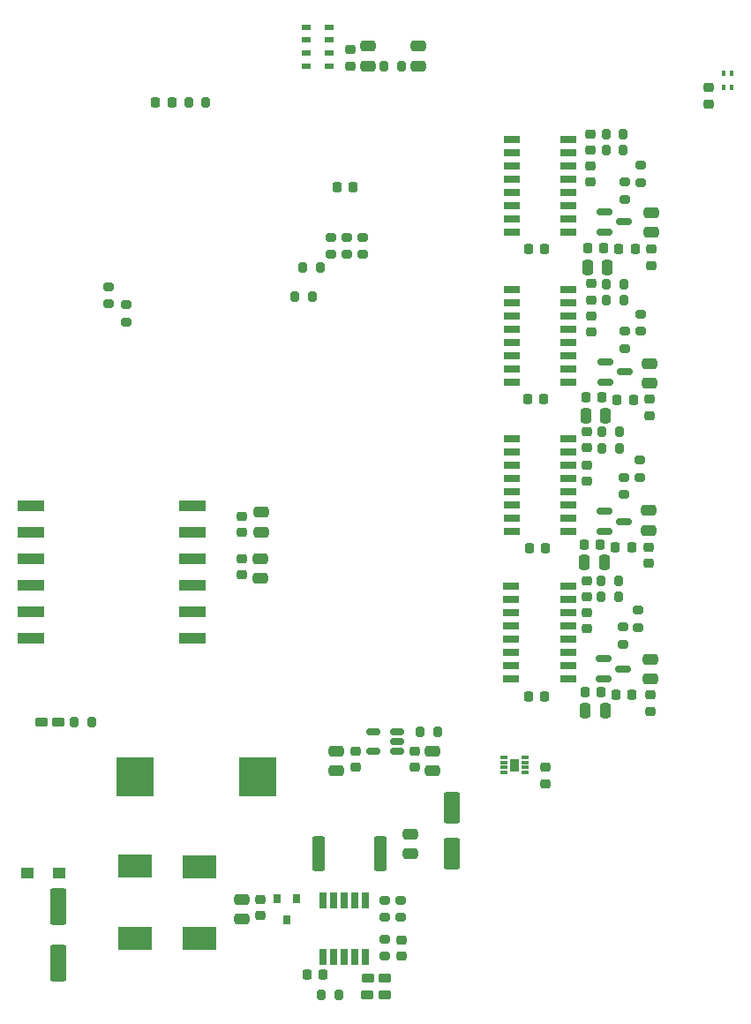
<source format=gtp>
G04 #@! TF.GenerationSoftware,KiCad,Pcbnew,(6.0.5)*
G04 #@! TF.CreationDate,2022-06-09T16:15:48+02:00*
G04 #@! TF.ProjectId,ruche,72756368-652e-46b6-9963-61645f706362,rev?*
G04 #@! TF.SameCoordinates,Original*
G04 #@! TF.FileFunction,Paste,Top*
G04 #@! TF.FilePolarity,Positive*
%FSLAX46Y46*%
G04 Gerber Fmt 4.6, Leading zero omitted, Abs format (unit mm)*
G04 Created by KiCad (PCBNEW (6.0.5)) date 2022-06-09 16:15:48*
%MOMM*%
%LPD*%
G01*
G04 APERTURE LIST*
G04 Aperture macros list*
%AMRoundRect*
0 Rectangle with rounded corners*
0 $1 Rounding radius*
0 $2 $3 $4 $5 $6 $7 $8 $9 X,Y pos of 4 corners*
0 Add a 4 corners polygon primitive as box body*
4,1,4,$2,$3,$4,$5,$6,$7,$8,$9,$2,$3,0*
0 Add four circle primitives for the rounded corners*
1,1,$1+$1,$2,$3*
1,1,$1+$1,$4,$5*
1,1,$1+$1,$6,$7*
1,1,$1+$1,$8,$9*
0 Add four rect primitives between the rounded corners*
20,1,$1+$1,$2,$3,$4,$5,0*
20,1,$1+$1,$4,$5,$6,$7,0*
20,1,$1+$1,$6,$7,$8,$9,0*
20,1,$1+$1,$8,$9,$2,$3,0*%
G04 Aperture macros list end*
%ADD10RoundRect,0.250000X-0.550000X1.500000X-0.550000X-1.500000X0.550000X-1.500000X0.550000X1.500000X0*%
%ADD11RoundRect,0.225000X-0.250000X0.225000X-0.250000X-0.225000X0.250000X-0.225000X0.250000X0.225000X0*%
%ADD12RoundRect,0.250000X-0.475000X0.250000X-0.475000X-0.250000X0.475000X-0.250000X0.475000X0.250000X0*%
%ADD13RoundRect,0.225000X-0.225000X-0.250000X0.225000X-0.250000X0.225000X0.250000X-0.225000X0.250000X0*%
%ADD14RoundRect,0.250000X0.475000X-0.250000X0.475000X0.250000X-0.475000X0.250000X-0.475000X-0.250000X0*%
%ADD15RoundRect,0.250000X0.550000X-1.250000X0.550000X1.250000X-0.550000X1.250000X-0.550000X-1.250000X0*%
%ADD16RoundRect,0.212500X-0.400000X-0.212500X0.400000X-0.212500X0.400000X0.212500X-0.400000X0.212500X0*%
%ADD17R,1.240000X1.120000*%
%ADD18R,3.200000X2.250000*%
%ADD19R,0.650000X1.525000*%
%ADD20R,3.650000X3.750000*%
%ADD21R,0.800000X0.900000*%
%ADD22RoundRect,0.200000X-0.200000X-0.275000X0.200000X-0.275000X0.200000X0.275000X-0.200000X0.275000X0*%
%ADD23RoundRect,0.200000X0.275000X-0.200000X0.275000X0.200000X-0.275000X0.200000X-0.275000X-0.200000X0*%
%ADD24RoundRect,0.200000X-0.275000X0.200000X-0.275000X-0.200000X0.275000X-0.200000X0.275000X0.200000X0*%
%ADD25RoundRect,0.250000X-0.362500X-1.425000X0.362500X-1.425000X0.362500X1.425000X-0.362500X1.425000X0*%
%ADD26R,0.750000X0.300000*%
%ADD27R,0.900000X1.300000*%
%ADD28R,2.500000X1.000000*%
%ADD29R,0.300000X0.500000*%
%ADD30RoundRect,0.225000X0.250000X-0.225000X0.250000X0.225000X-0.250000X0.225000X-0.250000X-0.225000X0*%
%ADD31RoundRect,0.150000X-0.587500X-0.150000X0.587500X-0.150000X0.587500X0.150000X-0.587500X0.150000X0*%
%ADD32RoundRect,0.218750X0.218750X0.256250X-0.218750X0.256250X-0.218750X-0.256250X0.218750X-0.256250X0*%
%ADD33RoundRect,0.218750X-0.218750X-0.256250X0.218750X-0.256250X0.218750X0.256250X-0.218750X0.256250X0*%
%ADD34RoundRect,0.250000X-0.250000X-0.475000X0.250000X-0.475000X0.250000X0.475000X-0.250000X0.475000X0*%
%ADD35R,1.525000X0.700000*%
%ADD36RoundRect,0.225000X0.225000X0.250000X-0.225000X0.250000X-0.225000X-0.250000X0.225000X-0.250000X0*%
%ADD37R,0.950000X0.550000*%
%ADD38RoundRect,0.150000X0.512500X0.150000X-0.512500X0.150000X-0.512500X-0.150000X0.512500X-0.150000X0*%
G04 APERTURE END LIST*
D10*
X102625000Y-157110000D03*
X102625000Y-162510000D03*
D11*
X122060000Y-156385000D03*
X122060000Y-157935000D03*
D12*
X120290000Y-156390000D03*
X120290000Y-158290000D03*
D11*
X135560000Y-160275000D03*
X135560000Y-161825000D03*
X149347466Y-143757466D03*
X149347466Y-145307466D03*
D13*
X126495000Y-163600000D03*
X128045000Y-163600000D03*
D14*
X136410000Y-152035000D03*
X136410000Y-150135000D03*
D15*
X140380000Y-152010000D03*
X140380000Y-147610000D03*
D11*
X165012609Y-78557391D03*
X165012609Y-80107391D03*
D16*
X101047500Y-139430000D03*
X102672500Y-139430000D03*
D17*
X102700000Y-153900000D03*
X99700000Y-153900000D03*
D16*
X132307500Y-165542000D03*
X133932500Y-165542000D03*
X132327500Y-163992000D03*
X133952500Y-163992000D03*
D18*
X116180000Y-153260000D03*
X116180000Y-160160000D03*
X110025000Y-153235000D03*
X110025000Y-160135000D03*
D19*
X128070000Y-161912000D03*
X129070000Y-161912000D03*
X130070000Y-161912000D03*
X131070000Y-161912000D03*
X132070000Y-161912000D03*
X132070000Y-156488000D03*
X131070000Y-156488000D03*
X130070000Y-156488000D03*
X129070000Y-156488000D03*
X128070000Y-156488000D03*
D20*
X110040000Y-144690000D03*
X121740000Y-144690000D03*
D21*
X125540000Y-156350000D03*
X123640000Y-156350000D03*
X124590000Y-158350000D03*
D22*
X104195000Y-139420000D03*
X105845000Y-139420000D03*
D23*
X133990000Y-161875000D03*
X133990000Y-160225000D03*
D22*
X127895000Y-165540000D03*
X129545000Y-165540000D03*
D24*
X135460000Y-156485000D03*
X135460000Y-158135000D03*
D23*
X133960000Y-158135000D03*
X133960000Y-156485000D03*
D25*
X127637500Y-152030000D03*
X133562500Y-152030000D03*
D22*
X126105000Y-95830000D03*
X127755000Y-95830000D03*
X125345000Y-98620000D03*
X126995000Y-98620000D03*
D26*
X147397466Y-144257466D03*
X147397466Y-143757466D03*
X147397466Y-143257466D03*
X147397466Y-142757466D03*
X145397466Y-142757466D03*
X145397466Y-143257466D03*
X145397466Y-143757466D03*
X145397466Y-144257466D03*
D27*
X146397466Y-143507466D03*
D28*
X115525000Y-131340000D03*
X115525000Y-128800000D03*
X115525000Y-126260000D03*
X115525000Y-123720000D03*
X115525000Y-121180000D03*
X115525000Y-118640000D03*
X100025000Y-118640000D03*
X100025000Y-121180000D03*
X100025000Y-123720000D03*
X100025000Y-126260000D03*
X100025000Y-128800000D03*
X100025000Y-131340000D03*
D29*
X167287609Y-77157391D03*
X166487609Y-77157391D03*
X166487609Y-78557391D03*
X167287609Y-78557391D03*
D11*
X120225000Y-123730000D03*
X120225000Y-125280000D03*
D12*
X122050000Y-123730000D03*
X122050000Y-125630000D03*
D24*
X109140000Y-99365000D03*
X109140000Y-101015000D03*
D12*
X129340000Y-142160000D03*
X129340000Y-144060000D03*
D30*
X120240000Y-121195000D03*
X120240000Y-119645000D03*
D23*
X158540000Y-87655000D03*
X158540000Y-86005000D03*
D14*
X159570000Y-92450000D03*
X159570000Y-90550000D03*
X159420000Y-135290000D03*
X159420000Y-133390000D03*
D31*
X154952500Y-133340000D03*
X154952500Y-135240000D03*
X156827500Y-134290000D03*
D23*
X158280000Y-130325000D03*
X158280000Y-128675000D03*
X156980000Y-89235000D03*
X156980000Y-87585000D03*
D30*
X153370000Y-113105000D03*
X153370000Y-111555000D03*
D13*
X147825000Y-122700000D03*
X149375000Y-122700000D03*
X153265000Y-108270000D03*
X154815000Y-108270000D03*
D32*
X157677500Y-122630000D03*
X156102500Y-122630000D03*
D11*
X159370000Y-108445000D03*
X159370000Y-109995000D03*
D14*
X159370000Y-106910000D03*
X159370000Y-105010000D03*
D33*
X111962500Y-79950000D03*
X113537500Y-79950000D03*
D23*
X158460000Y-115925000D03*
X158460000Y-114275000D03*
D34*
X153280000Y-109990000D03*
X155180000Y-109990000D03*
X153220000Y-138290000D03*
X155120000Y-138290000D03*
D31*
X155152500Y-104870000D03*
X155152500Y-106770000D03*
X157027500Y-105820000D03*
D23*
X156820000Y-131945000D03*
X156820000Y-130295000D03*
D22*
X137385000Y-140290000D03*
X139035000Y-140290000D03*
D11*
X159570000Y-94035000D03*
X159570000Y-95585000D03*
D14*
X137225000Y-76480000D03*
X137225000Y-74580000D03*
D11*
X159270000Y-122625000D03*
X159270000Y-124175000D03*
D13*
X153105000Y-122370000D03*
X154655000Y-122370000D03*
D22*
X115135000Y-79950000D03*
X116785000Y-79950000D03*
D13*
X147755000Y-136920000D03*
X149305000Y-136920000D03*
D11*
X136860000Y-142195000D03*
X136860000Y-143745000D03*
D22*
X133925000Y-76480000D03*
X135575000Y-76480000D03*
D13*
X147675000Y-108410000D03*
X149225000Y-108410000D03*
D32*
X158007500Y-94010000D03*
X156432500Y-94010000D03*
X157700000Y-136810000D03*
X156125000Y-136810000D03*
D14*
X122100000Y-121160000D03*
X122100000Y-119260000D03*
D22*
X154815000Y-111560000D03*
X156465000Y-111560000D03*
D35*
X151602000Y-106775000D03*
X151602000Y-105505000D03*
X151602000Y-104235000D03*
X151602000Y-102965000D03*
X151602000Y-101695000D03*
X151602000Y-100425000D03*
X151602000Y-99155000D03*
X151602000Y-97885000D03*
X146178000Y-97885000D03*
X146178000Y-99155000D03*
X146178000Y-100425000D03*
X146178000Y-101695000D03*
X146178000Y-102965000D03*
X146178000Y-104235000D03*
X146178000Y-105505000D03*
X146178000Y-106775000D03*
D23*
X128820000Y-94535000D03*
X128820000Y-92885000D03*
D35*
X151562000Y-121085000D03*
X151562000Y-119815000D03*
X151562000Y-118545000D03*
X151562000Y-117275000D03*
X151562000Y-116005000D03*
X151562000Y-114735000D03*
X151562000Y-113465000D03*
X151562000Y-112195000D03*
X146138000Y-112195000D03*
X146138000Y-113465000D03*
X146138000Y-114735000D03*
X146138000Y-116005000D03*
X146138000Y-117275000D03*
X146138000Y-118545000D03*
X146138000Y-119815000D03*
X146138000Y-121085000D03*
D36*
X130945000Y-88080000D03*
X129395000Y-88080000D03*
D23*
X157040000Y-103545000D03*
X157040000Y-101895000D03*
D22*
X154745000Y-127400000D03*
X156395000Y-127400000D03*
D34*
X153440000Y-95760000D03*
X155340000Y-95760000D03*
X153120000Y-124080000D03*
X155020000Y-124080000D03*
D13*
X147745000Y-94020000D03*
X149295000Y-94020000D03*
D30*
X153820000Y-98895000D03*
X153820000Y-97345000D03*
D35*
X151542000Y-135285000D03*
X151542000Y-134015000D03*
X151542000Y-132745000D03*
X151542000Y-131475000D03*
X151542000Y-130205000D03*
X151542000Y-128935000D03*
X151542000Y-127665000D03*
X151542000Y-126395000D03*
X146118000Y-126395000D03*
X146118000Y-127665000D03*
X146118000Y-128935000D03*
X146118000Y-130205000D03*
X146118000Y-131475000D03*
X146118000Y-132745000D03*
X146118000Y-134015000D03*
X146118000Y-135285000D03*
D22*
X154815000Y-113110000D03*
X156465000Y-113110000D03*
D13*
X153185000Y-136530000D03*
X154735000Y-136530000D03*
X153425000Y-93900000D03*
X154975000Y-93900000D03*
D23*
X158540000Y-101915000D03*
X158540000Y-100265000D03*
X130350000Y-94535000D03*
X130350000Y-92885000D03*
D30*
X130675000Y-76455000D03*
X130675000Y-74905000D03*
D31*
X155072500Y-119190000D03*
X155072500Y-121090000D03*
X156947500Y-120140000D03*
D30*
X153710000Y-87585000D03*
X153710000Y-86035000D03*
D22*
X155265000Y-98890000D03*
X156915000Y-98890000D03*
D30*
X153820000Y-101965000D03*
X153820000Y-100415000D03*
D11*
X159420000Y-136805000D03*
X159420000Y-138355000D03*
D32*
X157847500Y-108470000D03*
X156272500Y-108470000D03*
D35*
X151560000Y-92390000D03*
X151560000Y-91120000D03*
X151560000Y-89850000D03*
X151560000Y-88580000D03*
X151560000Y-87310000D03*
X151560000Y-86040000D03*
X151560000Y-84770000D03*
X151560000Y-83500000D03*
X146136000Y-83500000D03*
X146136000Y-84770000D03*
X146136000Y-86040000D03*
X146136000Y-87310000D03*
X146136000Y-88580000D03*
X146136000Y-89850000D03*
X146136000Y-91120000D03*
X146136000Y-92390000D03*
D30*
X153730000Y-84535000D03*
X153730000Y-82985000D03*
D24*
X107490000Y-97655000D03*
X107490000Y-99305000D03*
D22*
X154755000Y-125870000D03*
X156405000Y-125870000D03*
D30*
X153360000Y-127395000D03*
X153360000Y-125845000D03*
D14*
X132350000Y-76480000D03*
X132350000Y-74580000D03*
D37*
X128620000Y-76475000D03*
X128620000Y-75225000D03*
X128620000Y-73975000D03*
X128620000Y-72725000D03*
X126470000Y-72725000D03*
X126470000Y-73975000D03*
X126470000Y-75225000D03*
X126470000Y-76475000D03*
D12*
X138530000Y-142190000D03*
X138530000Y-144090000D03*
D14*
X159270000Y-121010000D03*
X159270000Y-119110000D03*
D38*
X135157500Y-142190000D03*
X135157500Y-141240000D03*
X135157500Y-140290000D03*
X132882500Y-140290000D03*
X132882500Y-142190000D03*
D30*
X153370000Y-116275000D03*
X153370000Y-114725000D03*
D11*
X131150000Y-142195000D03*
X131150000Y-143745000D03*
D23*
X131870000Y-94535000D03*
X131870000Y-92885000D03*
D22*
X155195000Y-82980000D03*
X156845000Y-82980000D03*
D23*
X156940000Y-117575000D03*
X156940000Y-115925000D03*
D31*
X155072500Y-90480000D03*
X155072500Y-92380000D03*
X156947500Y-91430000D03*
D22*
X155185000Y-84500000D03*
X156835000Y-84500000D03*
X155265000Y-97370000D03*
X156915000Y-97370000D03*
D30*
X153370000Y-128895000D03*
X153370000Y-130445000D03*
M02*

</source>
